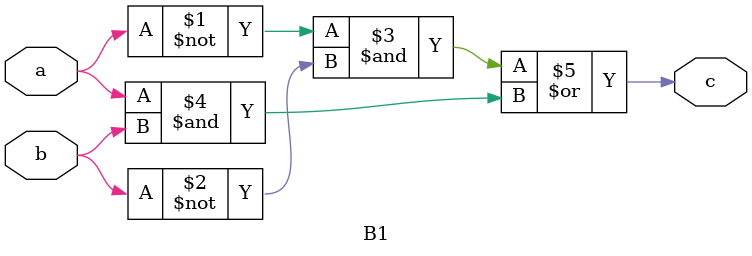
<source format=v>
`timescale 1ns / 1ps

module B1(a,b,c
    );
	 
	 input a,b;
	 output c;
	 
	 assign c = (~a & ~b) | (a & b);


endmodule

</source>
